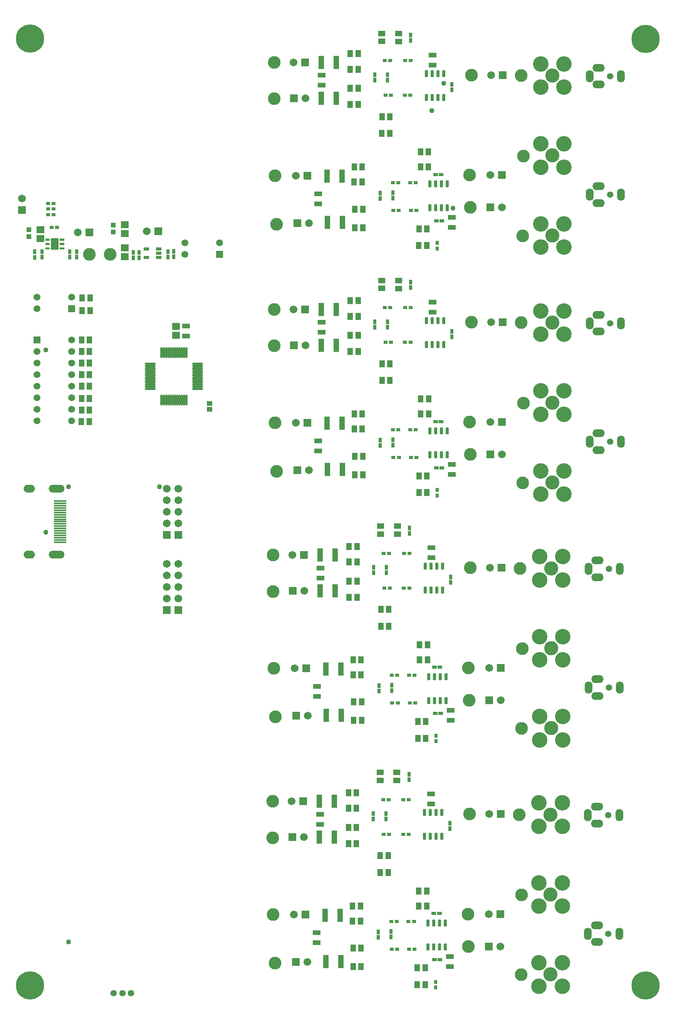
<source format=gts>
G04*
G04 #@! TF.GenerationSoftware,Altium Limited,Altium Designer,20.1.12 (249)*
G04*
G04 Layer_Color=8388736*
%FSLAX25Y25*%
%MOIN*%
G70*
G04*
G04 #@! TF.SameCoordinates,17CD68B3-A26F-4FE0-94F3-A569FC1E460E*
G04*
G04*
G04 #@! TF.FilePolarity,Negative*
G04*
G01*
G75*
%ADD18C,0.01595*%
%ADD19R,0.06890X0.09843*%
%ADD20R,0.10630X0.01575*%
%ADD21R,0.03753X0.03162*%
G04:AMPARAMS|DCode=22|XSize=29.65mil|YSize=57.21mil|CornerRadius=5.95mil|HoleSize=0mil|Usage=FLASHONLY|Rotation=180.000|XOffset=0mil|YOffset=0mil|HoleType=Round|Shape=RoundedRectangle|*
%AMROUNDEDRECTD22*
21,1,0.02965,0.04532,0,0,180.0*
21,1,0.01776,0.05721,0,0,180.0*
1,1,0.01190,-0.00888,0.02266*
1,1,0.01190,0.00888,0.02266*
1,1,0.01190,0.00888,-0.02266*
1,1,0.01190,-0.00888,-0.02266*
%
%ADD22ROUNDEDRECTD22*%
%ADD23O,0.01981X0.09461*%
%ADD24O,0.09461X0.01981*%
%ADD25R,0.04737X0.03162*%
%ADD26R,0.05131X0.06115*%
%ADD27R,0.03162X0.03753*%
%ADD28R,0.06115X0.05131*%
%ADD29R,0.06509X0.05918*%
%ADD30R,0.03950X0.03950*%
%ADD31R,0.03950X0.03162*%
%ADD32R,0.05131X0.11824*%
%ADD33R,0.03162X0.03950*%
%ADD34R,0.06706X0.03950*%
%ADD35R,0.06902X0.06115*%
%ADD36R,0.04540X0.04343*%
%ADD37O,0.13792X0.06706*%
%ADD38O,0.09855X0.06706*%
%ADD39C,0.06706*%
%ADD40R,0.06706X0.06706*%
%ADD41C,0.12217*%
%ADD42C,0.13398*%
%ADD43C,0.05918*%
%ADD44R,0.05918X0.05918*%
%ADD45C,0.11000*%
%ADD46R,0.06706X0.06706*%
%ADD47C,0.05524*%
%ADD48O,0.10642X0.06706*%
%ADD49O,0.06706X0.10642*%
%ADD50C,0.04343*%
%ADD51C,0.24422*%
G36*
X239280Y758011D02*
X239529Y757762D01*
X239664Y757436D01*
X239664Y757260D01*
X239664Y757260D01*
Y757084D01*
X239529Y756758D01*
X239280Y756509D01*
X238954Y756374D01*
X238778Y756374D01*
X238778Y756374D01*
X235798D01*
Y758146D01*
X238778Y758146D01*
X238954Y758146D01*
X239280Y758011D01*
D02*
G37*
G36*
Y761751D02*
X239529Y761502D01*
X239664Y761176D01*
X239664Y761000D01*
X239664D01*
X239664Y760824D01*
X239529Y760498D01*
X239280Y760249D01*
X238954Y760114D01*
X238778Y760114D01*
Y760114D01*
X235798D01*
Y761886D01*
X238778Y761886D01*
X238954Y761886D01*
X239280Y761751D01*
D02*
G37*
G36*
X238778Y765626D02*
X238954D01*
X239280Y765491D01*
X239529Y765242D01*
X239664Y764916D01*
Y764740D01*
X239664D01*
X239664Y764564D01*
X239529Y764238D01*
X239280Y763989D01*
X238954Y763854D01*
X238778Y763854D01*
Y763854D01*
X235798D01*
Y765626D01*
X238778Y765626D01*
D02*
G37*
G36*
X252297Y756374D02*
X248817Y756374D01*
X248641D01*
X248316Y756509D01*
X248066Y756758D01*
X247931Y757084D01*
X247931Y757260D01*
X247931Y757436D01*
X248066Y757762D01*
X248315Y758011D01*
X248641Y758146D01*
X248817Y758146D01*
Y758146D01*
X252297D01*
Y756374D01*
D02*
G37*
G36*
Y760114D02*
X248817Y760114D01*
X248641Y760114D01*
X248315Y760249D01*
X248066Y760498D01*
X247931Y760824D01*
X247931Y761000D01*
X247931Y761176D01*
X248066Y761502D01*
X248315Y761751D01*
X248641Y761886D01*
X248817Y761886D01*
Y761886D01*
X252297D01*
Y760114D01*
D02*
G37*
G36*
Y763854D02*
X248817Y763854D01*
X248641Y763854D01*
X248315Y763989D01*
X248066Y764238D01*
X247931Y764564D01*
X247931Y764740D01*
X247931Y764916D01*
X248066Y765242D01*
X248315Y765491D01*
X248641Y765626D01*
X248817Y765626D01*
Y765626D01*
X252297D01*
Y763854D01*
D02*
G37*
D18*
X248916Y757260D02*
D03*
X249000Y761000D02*
D03*
Y764740D02*
D03*
X238679D02*
D03*
X238595Y761000D02*
D03*
Y757260D02*
D03*
D19*
X243797Y761000D02*
D03*
D20*
X248500Y538622D02*
D03*
Y536654D02*
D03*
Y534685D02*
D03*
Y532717D02*
D03*
Y530748D02*
D03*
Y528780D02*
D03*
Y526811D02*
D03*
Y524843D02*
D03*
Y522874D02*
D03*
Y520905D02*
D03*
Y518937D02*
D03*
Y516968D02*
D03*
Y515000D02*
D03*
Y513031D02*
D03*
Y511063D02*
D03*
Y509094D02*
D03*
Y507126D02*
D03*
Y505158D02*
D03*
Y503189D02*
D03*
D21*
X242862Y786500D02*
D03*
X238138D02*
D03*
X242862Y791500D02*
D03*
X238138D02*
D03*
X242862Y796000D02*
D03*
X238138D02*
D03*
X554724Y175000D02*
D03*
X550000D02*
D03*
X555224Y388000D02*
D03*
X550500D02*
D03*
X556224Y600500D02*
D03*
X551500D02*
D03*
X556174Y814175D02*
D03*
X551450D02*
D03*
X539862Y175000D02*
D03*
X535138D02*
D03*
X540362Y388000D02*
D03*
X535638D02*
D03*
X541362Y600500D02*
D03*
X536638D02*
D03*
X541312Y814175D02*
D03*
X536588D02*
D03*
X555362Y151000D02*
D03*
X550638D02*
D03*
X555862Y364000D02*
D03*
X551138D02*
D03*
X556862Y576500D02*
D03*
X552138D02*
D03*
X556812Y790175D02*
D03*
X552088D02*
D03*
X540224Y151000D02*
D03*
X535500D02*
D03*
X540724Y364000D02*
D03*
X536000D02*
D03*
X541724Y576500D02*
D03*
X537000D02*
D03*
X541674Y790175D02*
D03*
X536950D02*
D03*
X550362Y280500D02*
D03*
X545638D02*
D03*
X550862Y493500D02*
D03*
X546138D02*
D03*
X551862Y706000D02*
D03*
X547138D02*
D03*
X551812Y919675D02*
D03*
X547088D02*
D03*
X532862Y280500D02*
D03*
X528138D02*
D03*
X533362Y493500D02*
D03*
X528638D02*
D03*
X534362Y706000D02*
D03*
X529638D02*
D03*
X534312Y919675D02*
D03*
X529588D02*
D03*
X550224Y250500D02*
D03*
X545500D02*
D03*
X550724Y463500D02*
D03*
X546000D02*
D03*
X551724Y676000D02*
D03*
X547000D02*
D03*
X551674Y889675D02*
D03*
X546950D02*
D03*
X533362Y250500D02*
D03*
X528638D02*
D03*
X533862Y463500D02*
D03*
X529138D02*
D03*
X534862Y676000D02*
D03*
X530138D02*
D03*
X534812Y889675D02*
D03*
X530088D02*
D03*
X245862Y775500D02*
D03*
X241138D02*
D03*
D22*
X567000Y153165D02*
D03*
X572000D02*
D03*
X577000D02*
D03*
X582000D02*
D03*
X567000Y173835D02*
D03*
X572000D02*
D03*
X577000D02*
D03*
X582000D02*
D03*
X567500Y366165D02*
D03*
X572500D02*
D03*
X577500D02*
D03*
X582500D02*
D03*
X567500Y386835D02*
D03*
X572500D02*
D03*
X577500D02*
D03*
X582500D02*
D03*
X568500Y578665D02*
D03*
X573500D02*
D03*
X578500D02*
D03*
X583500D02*
D03*
X568500Y599335D02*
D03*
X573500D02*
D03*
X578500D02*
D03*
X583500D02*
D03*
X568450Y792340D02*
D03*
X573450D02*
D03*
X578450D02*
D03*
X583450D02*
D03*
X568450Y813010D02*
D03*
X573450D02*
D03*
X578450D02*
D03*
X583450D02*
D03*
X564000Y248665D02*
D03*
X569000D02*
D03*
X574000D02*
D03*
X579000D02*
D03*
X564000Y269335D02*
D03*
X569000D02*
D03*
X574000D02*
D03*
X579000D02*
D03*
X564500Y461665D02*
D03*
X569500D02*
D03*
X574500D02*
D03*
X579500D02*
D03*
X564500Y482335D02*
D03*
X569500D02*
D03*
X574500D02*
D03*
X579500D02*
D03*
X565500Y674165D02*
D03*
X570500D02*
D03*
X575500D02*
D03*
X580500D02*
D03*
X565500Y694835D02*
D03*
X570500D02*
D03*
X575500D02*
D03*
X580500D02*
D03*
X565450Y887840D02*
D03*
X570450D02*
D03*
X575450D02*
D03*
X580450D02*
D03*
X565450Y908510D02*
D03*
X570450D02*
D03*
X575450D02*
D03*
X580450D02*
D03*
D23*
X357906Y667000D02*
D03*
X355937D02*
D03*
X353969D02*
D03*
X352000D02*
D03*
X350031D02*
D03*
X348063D02*
D03*
X346094D02*
D03*
X344126D02*
D03*
X342158D02*
D03*
X340189D02*
D03*
X338221D02*
D03*
X336252D02*
D03*
Y626055D02*
D03*
X338221D02*
D03*
X340189D02*
D03*
X342158D02*
D03*
X344126D02*
D03*
X346094D02*
D03*
X348063D02*
D03*
X350031D02*
D03*
X352000D02*
D03*
X353969D02*
D03*
X355937D02*
D03*
X357906D02*
D03*
D24*
X326606Y657354D02*
D03*
Y655386D02*
D03*
Y653417D02*
D03*
Y651449D02*
D03*
Y649480D02*
D03*
Y647512D02*
D03*
Y645543D02*
D03*
Y643575D02*
D03*
Y641606D02*
D03*
Y639638D02*
D03*
Y637669D02*
D03*
Y635701D02*
D03*
X367551D02*
D03*
Y637669D02*
D03*
Y639638D02*
D03*
Y641606D02*
D03*
Y643575D02*
D03*
Y645543D02*
D03*
Y647512D02*
D03*
Y649480D02*
D03*
Y651449D02*
D03*
Y653417D02*
D03*
Y655386D02*
D03*
Y657354D02*
D03*
D25*
X333815Y749260D02*
D03*
Y753000D02*
D03*
Y756740D02*
D03*
X323185D02*
D03*
Y749260D02*
D03*
D26*
X565890Y201500D02*
D03*
X559000D02*
D03*
X566390Y414500D02*
D03*
X559500D02*
D03*
X567390Y627000D02*
D03*
X560500D02*
D03*
X567340Y840675D02*
D03*
X560450D02*
D03*
X565890Y188500D02*
D03*
X559000D02*
D03*
X566390Y401500D02*
D03*
X559500D02*
D03*
X567390Y614000D02*
D03*
X560500D02*
D03*
X567340Y827675D02*
D03*
X560450D02*
D03*
X501555Y175500D02*
D03*
X508445D02*
D03*
X502055Y388500D02*
D03*
X508945D02*
D03*
X503055Y601000D02*
D03*
X509945D02*
D03*
X503005Y814675D02*
D03*
X509895D02*
D03*
X501610Y188500D02*
D03*
X508500D02*
D03*
X502110Y401500D02*
D03*
X509000D02*
D03*
X503110Y614000D02*
D03*
X510000D02*
D03*
X503060Y827675D02*
D03*
X509950D02*
D03*
X502055Y152000D02*
D03*
X508945D02*
D03*
X502555Y365000D02*
D03*
X509445D02*
D03*
X503555Y577500D02*
D03*
X510445D02*
D03*
X503505Y791175D02*
D03*
X510395D02*
D03*
X502110Y136000D02*
D03*
X509000D02*
D03*
X502610Y349000D02*
D03*
X509500D02*
D03*
X503610Y561500D02*
D03*
X510500D02*
D03*
X503560Y775175D02*
D03*
X510450D02*
D03*
X557610Y135000D02*
D03*
X564500D02*
D03*
X558110Y348000D02*
D03*
X565000D02*
D03*
X559110Y560500D02*
D03*
X566000D02*
D03*
X559060Y774175D02*
D03*
X565950D02*
D03*
X557555Y120500D02*
D03*
X564445D02*
D03*
X558055Y333500D02*
D03*
X564945D02*
D03*
X559055Y546000D02*
D03*
X565945D02*
D03*
X559005Y759675D02*
D03*
X565895D02*
D03*
X498055Y273000D02*
D03*
X504945D02*
D03*
X498555Y486000D02*
D03*
X505445D02*
D03*
X499555Y698500D02*
D03*
X506445D02*
D03*
X499505Y912175D02*
D03*
X506395D02*
D03*
X498055Y286500D02*
D03*
X504945D02*
D03*
X498555Y499500D02*
D03*
X505445D02*
D03*
X499555Y712000D02*
D03*
X506445D02*
D03*
X499505Y925675D02*
D03*
X506395D02*
D03*
X498055Y242500D02*
D03*
X504945D02*
D03*
X498555Y455500D02*
D03*
X505445D02*
D03*
X499555Y668000D02*
D03*
X506445D02*
D03*
X499505Y881675D02*
D03*
X506395D02*
D03*
X498055Y256500D02*
D03*
X504945D02*
D03*
X498555Y469500D02*
D03*
X505445D02*
D03*
X499555Y682000D02*
D03*
X506445D02*
D03*
X499505Y895675D02*
D03*
X506395D02*
D03*
X525555Y217500D02*
D03*
X532445D02*
D03*
X526055Y430500D02*
D03*
X532945D02*
D03*
X527055Y643000D02*
D03*
X533945D02*
D03*
X527005Y856675D02*
D03*
X533895D02*
D03*
X525610Y232000D02*
D03*
X532500D02*
D03*
X526110Y445000D02*
D03*
X533000D02*
D03*
X527110Y657500D02*
D03*
X534000D02*
D03*
X527060Y871175D02*
D03*
X533950D02*
D03*
X267110Y678000D02*
D03*
X274000D02*
D03*
X267110Y668000D02*
D03*
X274000D02*
D03*
X267110Y658000D02*
D03*
X274000D02*
D03*
X267110Y648000D02*
D03*
X274000D02*
D03*
X267110Y638000D02*
D03*
X274000D02*
D03*
X267110Y627500D02*
D03*
X274000D02*
D03*
X267555Y714500D02*
D03*
X274445D02*
D03*
X267110Y617500D02*
D03*
X274000D02*
D03*
X267555Y703500D02*
D03*
X274445D02*
D03*
X267000Y607500D02*
D03*
X273890D02*
D03*
D27*
X573500Y122724D02*
D03*
Y118000D02*
D03*
X574000Y335724D02*
D03*
Y331000D02*
D03*
X575000Y548224D02*
D03*
Y543500D02*
D03*
X574950Y761899D02*
D03*
Y757175D02*
D03*
D28*
X525500Y303945D02*
D03*
Y297055D02*
D03*
X526000Y516945D02*
D03*
Y510055D02*
D03*
X527000Y729445D02*
D03*
Y722555D02*
D03*
X526950Y943120D02*
D03*
Y936230D02*
D03*
X540000Y303890D02*
D03*
Y297000D02*
D03*
X540500Y516890D02*
D03*
Y510000D02*
D03*
X541500Y729390D02*
D03*
Y722500D02*
D03*
X541450Y943065D02*
D03*
Y936175D02*
D03*
D29*
X304500Y770000D02*
D03*
Y777677D02*
D03*
X231500Y765661D02*
D03*
Y773339D02*
D03*
X304500Y750000D02*
D03*
Y757677D02*
D03*
D30*
X294500Y771500D02*
D03*
Y777406D02*
D03*
X221500Y767500D02*
D03*
Y773406D02*
D03*
D31*
X572000Y182000D02*
D03*
X576724D02*
D03*
X572500Y395000D02*
D03*
X577224D02*
D03*
X573500Y607500D02*
D03*
X578224D02*
D03*
X573450Y821175D02*
D03*
X578174D02*
D03*
X572638Y142000D02*
D03*
X577362D02*
D03*
X573138Y355000D02*
D03*
X577862D02*
D03*
X574138Y567500D02*
D03*
X578862D02*
D03*
X574088Y781175D02*
D03*
X578812D02*
D03*
D32*
X478004Y180500D02*
D03*
X490996D02*
D03*
X478504Y393500D02*
D03*
X491496D02*
D03*
X479504Y606000D02*
D03*
X492496D02*
D03*
X479454Y819675D02*
D03*
X492446D02*
D03*
X478504Y140500D02*
D03*
X491496D02*
D03*
X479004Y353500D02*
D03*
X491996D02*
D03*
X480004Y566000D02*
D03*
X492996D02*
D03*
X479954Y779675D02*
D03*
X492946D02*
D03*
X473004Y279000D02*
D03*
X485996D02*
D03*
X473504Y492000D02*
D03*
X486496D02*
D03*
X474504Y704500D02*
D03*
X487496D02*
D03*
X474454Y918175D02*
D03*
X487446D02*
D03*
X473004Y248000D02*
D03*
X485996D02*
D03*
X473504Y461000D02*
D03*
X486496D02*
D03*
X474504Y673500D02*
D03*
X487496D02*
D03*
X474454Y887175D02*
D03*
X487446D02*
D03*
D33*
X524000Y161276D02*
D03*
Y166000D02*
D03*
X524500Y374276D02*
D03*
Y379000D02*
D03*
X525500Y586776D02*
D03*
Y591500D02*
D03*
X525450Y800451D02*
D03*
Y805175D02*
D03*
X535000Y161638D02*
D03*
Y166362D02*
D03*
X535500Y374638D02*
D03*
Y379362D02*
D03*
X536500Y587138D02*
D03*
Y591862D02*
D03*
X536450Y800813D02*
D03*
Y805537D02*
D03*
X550500Y297776D02*
D03*
Y302500D02*
D03*
X551000Y510776D02*
D03*
Y515500D02*
D03*
X552000Y723276D02*
D03*
Y728000D02*
D03*
X551950Y936951D02*
D03*
Y941675D02*
D03*
X530500Y263638D02*
D03*
Y268362D02*
D03*
X531000Y476638D02*
D03*
Y481362D02*
D03*
X532000Y689138D02*
D03*
Y693862D02*
D03*
X531950Y902813D02*
D03*
Y907537D02*
D03*
X519500Y263638D02*
D03*
Y268362D02*
D03*
X520000Y476638D02*
D03*
Y481362D02*
D03*
X521000Y689138D02*
D03*
Y693862D02*
D03*
X520950Y902813D02*
D03*
Y907537D02*
D03*
X586000Y255276D02*
D03*
Y260000D02*
D03*
X586500Y468276D02*
D03*
Y473000D02*
D03*
X587500Y680776D02*
D03*
Y685500D02*
D03*
X587450Y894451D02*
D03*
Y899175D02*
D03*
X312000Y749000D02*
D03*
Y753724D02*
D03*
X317000Y749138D02*
D03*
Y753862D02*
D03*
X347000Y750000D02*
D03*
Y754724D02*
D03*
X342000Y749776D02*
D03*
Y754500D02*
D03*
X226500Y754224D02*
D03*
Y749500D02*
D03*
X263000Y754500D02*
D03*
Y749776D02*
D03*
X257000Y754500D02*
D03*
Y749776D02*
D03*
X233000Y754362D02*
D03*
Y749638D02*
D03*
D34*
X470500Y165331D02*
D03*
Y156669D02*
D03*
X471000Y378331D02*
D03*
Y369669D02*
D03*
X472000Y590831D02*
D03*
Y582169D02*
D03*
X471950Y804506D02*
D03*
Y795844D02*
D03*
X586000Y136169D02*
D03*
Y144831D02*
D03*
X586500Y349169D02*
D03*
Y357831D02*
D03*
X587500Y561669D02*
D03*
Y570331D02*
D03*
X587450Y775344D02*
D03*
Y784006D02*
D03*
X473500Y267831D02*
D03*
Y259169D02*
D03*
X474000Y480831D02*
D03*
Y472169D02*
D03*
X475000Y693331D02*
D03*
Y684669D02*
D03*
X474950Y907006D02*
D03*
Y898344D02*
D03*
X569500Y285331D02*
D03*
Y276669D02*
D03*
X570000Y498331D02*
D03*
Y489669D02*
D03*
X571000Y710831D02*
D03*
Y702169D02*
D03*
X570950Y924506D02*
D03*
Y915844D02*
D03*
X357500Y690161D02*
D03*
Y681500D02*
D03*
D35*
X349000Y682161D02*
D03*
Y689839D02*
D03*
D36*
X378000Y623059D02*
D03*
Y617941D02*
D03*
D37*
X245508Y492362D02*
D03*
Y549449D02*
D03*
D38*
X222043Y492362D02*
D03*
Y549449D02*
D03*
D39*
X351000Y474500D02*
D03*
Y464500D02*
D03*
Y454500D02*
D03*
Y484500D02*
D03*
X341000D02*
D03*
Y454500D02*
D03*
Y464500D02*
D03*
Y474500D02*
D03*
X351000Y539500D02*
D03*
Y529500D02*
D03*
Y519500D02*
D03*
Y549500D02*
D03*
X341000D02*
D03*
Y519500D02*
D03*
Y529500D02*
D03*
Y539500D02*
D03*
X451000Y181000D02*
D03*
X451500Y394000D02*
D03*
X452500Y606500D02*
D03*
X452450Y820175D02*
D03*
X619500Y181500D02*
D03*
X620000Y394500D02*
D03*
X621000Y607000D02*
D03*
X620950Y820675D02*
D03*
X629500Y153500D02*
D03*
X630000Y366500D02*
D03*
X631000Y579000D02*
D03*
X630950Y792675D02*
D03*
X462500Y140000D02*
D03*
X463000Y353000D02*
D03*
X464000Y565500D02*
D03*
X463950Y779175D02*
D03*
X449000Y279000D02*
D03*
X449500Y492000D02*
D03*
X450500Y704500D02*
D03*
X450450Y918175D02*
D03*
X620000Y268000D02*
D03*
X620500Y481000D02*
D03*
X621500Y693500D02*
D03*
X621450Y907175D02*
D03*
X459500Y248000D02*
D03*
X460000Y461000D02*
D03*
X461000Y673500D02*
D03*
X460950Y887175D02*
D03*
X264000Y771000D02*
D03*
X323500Y772000D02*
D03*
X215500Y800500D02*
D03*
D40*
X351000Y444500D02*
D03*
X341000D02*
D03*
X351000Y509500D02*
D03*
X341000D02*
D03*
X215500Y790500D02*
D03*
D41*
X673000Y198375D02*
D03*
X673500Y411375D02*
D03*
X674500Y623875D02*
D03*
X674450Y837550D02*
D03*
X673000Y129250D02*
D03*
X673500Y342250D02*
D03*
X674500Y554750D02*
D03*
X674450Y768425D02*
D03*
X673000Y267500D02*
D03*
X673500Y480500D02*
D03*
X674500Y693000D02*
D03*
X674450Y906675D02*
D03*
D42*
X683050Y208425D02*
D03*
X662950D02*
D03*
X683050Y188325D02*
D03*
X662950D02*
D03*
X683550Y421425D02*
D03*
X663450D02*
D03*
X683550Y401325D02*
D03*
X663450D02*
D03*
X684550Y633925D02*
D03*
X664450D02*
D03*
X684550Y613825D02*
D03*
X664450D02*
D03*
X684500Y847600D02*
D03*
X664400D02*
D03*
X684500Y827500D02*
D03*
X664400D02*
D03*
X683050Y139300D02*
D03*
X662950D02*
D03*
X683050Y119200D02*
D03*
X662950D02*
D03*
X683550Y352300D02*
D03*
X663450D02*
D03*
X683550Y332200D02*
D03*
X663450D02*
D03*
X684550Y564800D02*
D03*
X664450D02*
D03*
X684550Y544700D02*
D03*
X664450D02*
D03*
X684500Y778475D02*
D03*
X664400D02*
D03*
X684500Y758375D02*
D03*
X664400D02*
D03*
X683050Y277550D02*
D03*
X662950D02*
D03*
X683050Y257450D02*
D03*
X662950D02*
D03*
X683550Y490550D02*
D03*
X663450D02*
D03*
X683550Y470450D02*
D03*
X663450D02*
D03*
X684550Y703050D02*
D03*
X664450D02*
D03*
X684550Y682950D02*
D03*
X664450D02*
D03*
X684500Y916725D02*
D03*
X664400D02*
D03*
X684500Y896625D02*
D03*
X664400D02*
D03*
D43*
X228500Y715000D02*
D03*
Y705000D02*
D03*
X258500Y715000D02*
D03*
X356500Y762000D02*
D03*
Y752000D02*
D03*
X386500Y762000D02*
D03*
X228500Y668000D02*
D03*
Y658000D02*
D03*
Y648000D02*
D03*
Y638000D02*
D03*
Y628000D02*
D03*
Y618000D02*
D03*
Y608000D02*
D03*
X258500Y678000D02*
D03*
Y668000D02*
D03*
Y658000D02*
D03*
Y648000D02*
D03*
Y638000D02*
D03*
Y628000D02*
D03*
Y618000D02*
D03*
Y608000D02*
D03*
D44*
Y705000D02*
D03*
X386500Y752000D02*
D03*
X228500Y678000D02*
D03*
D45*
X433000Y181000D02*
D03*
X433500Y394000D02*
D03*
X434500Y606500D02*
D03*
X434450Y820175D02*
D03*
X601500Y181500D02*
D03*
X602000Y394500D02*
D03*
X603000Y607000D02*
D03*
X602950Y820675D02*
D03*
X648000Y198000D02*
D03*
X648500Y411000D02*
D03*
X649500Y623500D02*
D03*
X649450Y837175D02*
D03*
X602000Y153500D02*
D03*
X602500Y366500D02*
D03*
X603500Y579000D02*
D03*
X603450Y792675D02*
D03*
X434500Y139000D02*
D03*
X435000Y352000D02*
D03*
X436000Y564500D02*
D03*
X435950Y778175D02*
D03*
X647500Y129000D02*
D03*
X648000Y342000D02*
D03*
X649000Y554500D02*
D03*
X648950Y768175D02*
D03*
X432500Y279000D02*
D03*
X433000Y492000D02*
D03*
X434000Y704500D02*
D03*
X433950Y918175D02*
D03*
X603000Y268000D02*
D03*
X603500Y481000D02*
D03*
X604500Y693500D02*
D03*
X604450Y907175D02*
D03*
X432500Y247500D02*
D03*
X433000Y460500D02*
D03*
X434000Y673000D02*
D03*
X433950Y886675D02*
D03*
X646000Y267500D02*
D03*
X646500Y480500D02*
D03*
X647500Y693000D02*
D03*
X647450Y906675D02*
D03*
X274000Y752000D02*
D03*
X292000D02*
D03*
D46*
X461000Y181000D02*
D03*
X461500Y394000D02*
D03*
X462500Y606500D02*
D03*
X462450Y820175D02*
D03*
X629500Y181500D02*
D03*
X630000Y394500D02*
D03*
X631000Y607000D02*
D03*
X630950Y820675D02*
D03*
X619500Y153500D02*
D03*
X620000Y366500D02*
D03*
X621000Y579000D02*
D03*
X620950Y792675D02*
D03*
X452500Y140000D02*
D03*
X453000Y353000D02*
D03*
X454000Y565500D02*
D03*
X453950Y779175D02*
D03*
X459000Y279000D02*
D03*
X459500Y492000D02*
D03*
X460500Y704500D02*
D03*
X460450Y918175D02*
D03*
X630000Y268000D02*
D03*
X630500Y481000D02*
D03*
X631500Y693500D02*
D03*
X631450Y907175D02*
D03*
X449500Y248000D02*
D03*
X450000Y461000D02*
D03*
X451000Y673500D02*
D03*
X450950Y887175D02*
D03*
X274000Y771000D02*
D03*
X333500Y772000D02*
D03*
D47*
X310000Y113000D02*
D03*
X302500D02*
D03*
X295000D02*
D03*
X724450Y803675D02*
D03*
Y906175D02*
D03*
X724500Y590000D02*
D03*
Y692500D02*
D03*
X723500Y377500D02*
D03*
Y480000D02*
D03*
X723000Y164500D02*
D03*
Y267000D02*
D03*
D48*
X714607Y796391D02*
D03*
Y810958D02*
D03*
Y898892D02*
D03*
Y913459D02*
D03*
X714657Y582717D02*
D03*
Y597284D02*
D03*
Y685217D02*
D03*
Y699784D02*
D03*
X713658Y370216D02*
D03*
Y384784D02*
D03*
Y472717D02*
D03*
Y487284D02*
D03*
X713158Y157217D02*
D03*
Y171783D02*
D03*
Y259717D02*
D03*
Y274284D02*
D03*
D49*
X706734Y803675D02*
D03*
X733950D02*
D03*
X706734Y906175D02*
D03*
X733950D02*
D03*
X706783Y590000D02*
D03*
X734000D02*
D03*
X706783Y692500D02*
D03*
X734000D02*
D03*
X705784Y377500D02*
D03*
X733000D02*
D03*
X705784Y480000D02*
D03*
X733000D02*
D03*
X705283Y164500D02*
D03*
X732500D02*
D03*
X705283Y267000D02*
D03*
X732500D02*
D03*
D50*
X334646Y551181D02*
D03*
X236221Y669291D02*
D03*
X255906Y551181D02*
D03*
X236221Y511811D02*
D03*
X255906Y157480D02*
D03*
X570325Y915550D02*
D03*
X587325Y784050D02*
D03*
X570200Y876425D02*
D03*
X588660Y792215D02*
D03*
X580450Y900175D02*
D03*
D51*
X755315Y119685D02*
D03*
X222685Y938815D02*
D03*
Y119685D02*
D03*
X755315Y938315D02*
D03*
M02*

</source>
